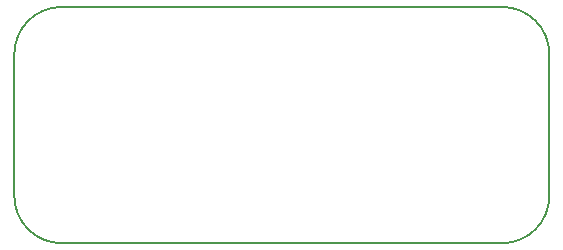
<source format=gbr>
G04 #@! TF.FileFunction,Profile,NP*
%FSLAX46Y46*%
G04 Gerber Fmt 4.6, Leading zero omitted, Abs format (unit mm)*
G04 Created by KiCad (PCBNEW 4.0.2-stable) date 2016-10-02 16:05:12*
%MOMM*%
G01*
G04 APERTURE LIST*
%ADD10C,0.100000*%
%ADD11C,0.150000*%
G04 APERTURE END LIST*
D10*
D11*
X91000000Y-70000000D02*
G75*
G03X95000000Y-66000000I0J4000000D01*
G01*
X95000000Y-54000000D02*
G75*
G03X91000000Y-50000000I-4000000J0D01*
G01*
X49700000Y-66000000D02*
G75*
G03X53700000Y-70000000I4000000J0D01*
G01*
X53700000Y-50000000D02*
G75*
G03X49700000Y-54000000I0J-4000000D01*
G01*
X49700000Y-66000000D02*
X49700000Y-54000000D01*
X91000000Y-70000000D02*
X53700000Y-70000000D01*
X95000000Y-54000000D02*
X95000000Y-66000000D01*
X53700000Y-50000000D02*
X91000000Y-50000000D01*
M02*

</source>
